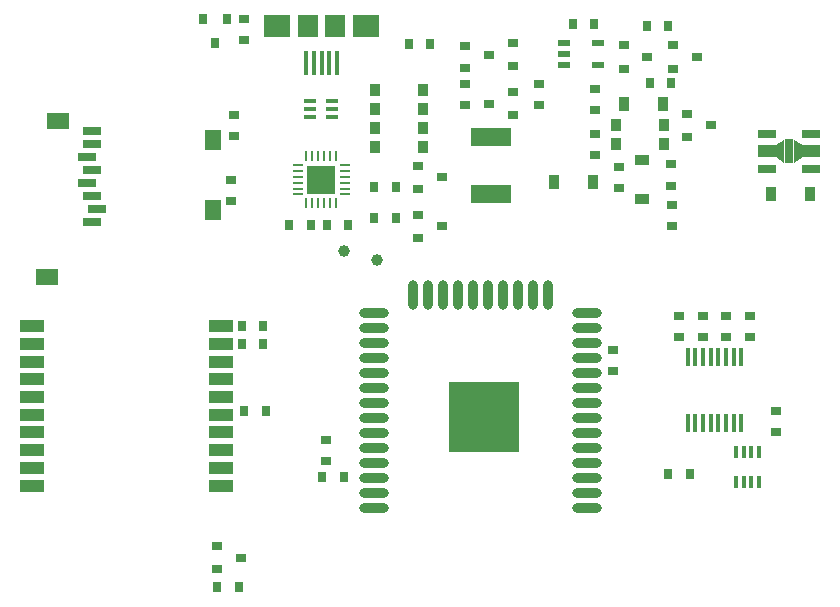
<source format=gtp>
G04 #@! TF.GenerationSoftware,KiCad,Pcbnew,(5.0.0-rc2-dev-70-g2da7199a3)*
G04 #@! TF.CreationDate,2018-03-19T21:37:12-04:00*
G04 #@! TF.ProjectId,processor,70726F636573736F722E6B696361645F,rev?*
G04 #@! TF.SameCoordinates,Original*
G04 #@! TF.FileFunction,Paste,Top*
G04 #@! TF.FilePolarity,Positive*
%FSLAX46Y46*%
G04 Gerber Fmt 4.6, Leading zero omitted, Abs format (unit mm)*
G04 Created by KiCad (PCBNEW (5.0.0-rc2-dev-70-g2da7199a3)) date 03/19/18 21:37:12*
%MOMM*%
%LPD*%
G01*
G04 APERTURE LIST*
%ADD10R,0.900000X0.700000*%
%ADD11R,0.800000X2.000000*%
%ADD12C,0.750000*%
%ADD13C,1.000000*%
%ADD14R,1.500000X1.000000*%
%ADD15R,1.500000X0.700000*%
%ADD16R,0.900000X0.800000*%
%ADD17R,1.200000X0.900000*%
%ADD18R,2.450000X2.450000*%
%ADD19O,1.000000X0.250000*%
%ADD20O,0.250000X1.000000*%
%ADD21R,0.350000X1.600000*%
%ADD22R,6.000000X6.000000*%
%ADD23O,2.500000X0.900000*%
%ADD24O,0.900000X2.500000*%
%ADD25R,0.350000X1.000000*%
%ADD26C,1.000000*%
%ADD27R,0.700000X0.900000*%
%ADD28R,0.900000X1.000000*%
%ADD29R,1.000000X0.400000*%
%ADD30R,1.800000X1.900000*%
%ADD31R,2.300000X1.900000*%
%ADD32R,0.400000X2.000000*%
%ADD33R,3.500000X1.600000*%
%ADD34R,1.100000X0.600000*%
%ADD35R,2.000000X1.000000*%
%ADD36R,0.800000X0.900000*%
%ADD37R,0.900000X1.200000*%
%ADD38R,1.900000X1.400000*%
%ADD39R,1.400000X1.800000*%
G04 APERTURE END LIST*
D10*
X55600000Y-15100000D03*
X55600000Y-13300000D03*
D11*
X65625000Y-12200000D03*
D12*
X64850000Y-12200000D03*
D13*
G36*
X65225000Y-13200000D02*
X64475000Y-12700000D01*
X64475000Y-11700000D01*
X65225000Y-11200000D01*
X65225000Y-13200000D01*
X65225000Y-13200000D01*
G37*
D14*
X67475000Y-12200000D03*
D15*
X63775000Y-13700000D03*
D14*
X63775000Y-12200000D03*
D15*
X63775000Y-10700000D03*
X67475000Y-13700000D03*
X67475000Y-10700000D03*
D12*
X66400000Y-12200000D03*
D13*
G36*
X66025000Y-11200000D02*
X66775000Y-11700000D01*
X66775000Y-12700000D01*
X66025000Y-13200000D01*
X66025000Y-11200000D01*
X66025000Y-11200000D01*
G37*
D16*
X59000000Y-10000000D03*
X57000000Y-11000000D03*
X57000000Y-9000000D03*
D10*
X55700000Y-16700000D03*
X55700000Y-18500000D03*
D17*
X53200000Y-12950000D03*
X53200000Y-16250000D03*
D18*
X26000000Y-14600000D03*
D19*
X28000000Y-13350000D03*
X28000000Y-13850000D03*
X28000000Y-14350000D03*
X28000000Y-14850000D03*
X28000000Y-15350000D03*
X28000000Y-15850000D03*
D20*
X27250000Y-16600000D03*
X26750000Y-16600000D03*
X26250000Y-16600000D03*
X25750000Y-16600000D03*
X25250000Y-16600000D03*
X24750000Y-16600000D03*
D19*
X24000000Y-15850000D03*
X24000000Y-15350000D03*
X24000000Y-14850000D03*
X24000000Y-14350000D03*
X24000000Y-13850000D03*
X24000000Y-13350000D03*
D20*
X24750000Y-12600000D03*
X25250000Y-12600000D03*
X25750000Y-12600000D03*
X26250000Y-12600000D03*
X26750000Y-12600000D03*
X27250000Y-12600000D03*
D21*
X57025000Y-29600000D03*
X57025000Y-35200000D03*
X57675000Y-29600000D03*
X57675000Y-35200000D03*
X58325000Y-29600000D03*
X58325000Y-35200000D03*
X58975000Y-29600000D03*
X58975000Y-35200000D03*
X59625000Y-29600000D03*
X59625000Y-35200000D03*
X60275000Y-29600000D03*
X60275000Y-35200000D03*
X60925000Y-29600000D03*
X60925000Y-35200000D03*
X61575000Y-29600000D03*
X61575000Y-35200000D03*
D22*
X39800000Y-34700000D03*
D23*
X48500000Y-42400000D03*
X48500000Y-41130000D03*
X48500000Y-39860000D03*
X48500000Y-38590000D03*
X48500000Y-37320000D03*
X48500000Y-36050000D03*
X48500000Y-34780000D03*
X48500000Y-33510000D03*
X48500000Y-32240000D03*
X48500000Y-30970000D03*
X48500000Y-29700000D03*
X48500000Y-28430000D03*
X48500000Y-27160000D03*
X48500000Y-25890000D03*
D24*
X45215000Y-24400000D03*
X43945000Y-24400000D03*
X42675000Y-24400000D03*
X41405000Y-24400000D03*
X40135000Y-24400000D03*
X38865000Y-24400000D03*
X37595000Y-24400000D03*
X36325000Y-24400000D03*
X35055000Y-24400000D03*
X33785000Y-24400000D03*
D23*
X30500000Y-25890000D03*
X30500000Y-27160000D03*
X30500000Y-28430000D03*
X30500000Y-29700000D03*
X30500000Y-30970000D03*
X30500000Y-32240000D03*
X30500000Y-33510000D03*
X30500000Y-34780000D03*
X30500000Y-36050000D03*
X30500000Y-37320000D03*
X30500000Y-38590000D03*
X30500000Y-39860000D03*
X30500000Y-41130000D03*
X30500000Y-42400000D03*
D25*
X63075000Y-37650000D03*
X62425000Y-37650000D03*
X61775000Y-37650000D03*
X61125000Y-37650000D03*
X61125000Y-40150000D03*
X61775000Y-40150000D03*
X62425000Y-40150000D03*
X63075000Y-40150000D03*
D26*
X30700000Y-21400000D03*
D10*
X50700000Y-30800000D03*
X50700000Y-29000000D03*
D27*
X19000000Y-49100000D03*
X17200000Y-49100000D03*
D16*
X19200000Y-46600000D03*
X17200000Y-47600000D03*
X17200000Y-45600000D03*
D28*
X30550000Y-8600000D03*
X34649999Y-8600000D03*
X34649999Y-7000000D03*
X30550000Y-7000000D03*
X34650000Y-10200000D03*
X30550001Y-10200000D03*
X30550001Y-11800000D03*
X34650000Y-11800000D03*
D26*
X27900000Y-20600000D03*
D29*
X25050000Y-9250000D03*
X25050000Y-7950000D03*
X26950000Y-8600000D03*
X26950000Y-7950000D03*
X26950000Y-9250000D03*
X25050000Y-8600000D03*
D30*
X24900000Y-1600000D03*
D31*
X22300000Y-1600000D03*
X29800000Y-1600000D03*
D30*
X27200000Y-1600000D03*
D32*
X24750000Y-4750000D03*
X25400000Y-4750000D03*
X26050000Y-4750000D03*
X26700000Y-4750000D03*
X27350000Y-4750000D03*
D33*
X40400000Y-15840000D03*
X40400000Y-10960000D03*
D34*
X49400000Y-3000000D03*
X49400000Y-4900000D03*
X46600000Y-4900000D03*
X46600000Y-3950000D03*
X46600000Y-3000000D03*
D28*
X55050000Y-10000000D03*
X50950001Y-10000000D03*
X50950001Y-11600000D03*
X55050000Y-11600000D03*
D35*
X1500000Y-40500000D03*
X1500000Y-39000000D03*
X1500000Y-37500000D03*
X1500000Y-36000000D03*
X1500000Y-34500000D03*
X1500000Y-33000000D03*
X1500000Y-31500000D03*
X1500000Y-30000000D03*
X1500000Y-28500000D03*
X1500000Y-27000000D03*
X17500000Y-27000000D03*
X17500000Y-28500000D03*
X17500000Y-30000000D03*
X17500000Y-31500000D03*
X17500000Y-33000000D03*
X17500000Y-34500000D03*
X17500000Y-36000000D03*
X17500000Y-37500000D03*
X17500000Y-39000000D03*
X17500000Y-40500000D03*
X17500000Y-40500000D03*
X17500000Y-39000000D03*
X17500000Y-37500000D03*
X17500000Y-36000000D03*
X17500000Y-34500000D03*
X17500000Y-33000000D03*
X17500000Y-31500000D03*
X17500000Y-30000000D03*
X17500000Y-28500000D03*
X17500000Y-27000000D03*
D10*
X19500000Y-1000000D03*
X19500000Y-2800000D03*
D27*
X19500000Y-34200000D03*
X21300000Y-34200000D03*
X19300000Y-27000000D03*
X21100000Y-27000000D03*
X19300000Y-28500000D03*
X21100000Y-28500000D03*
X53550000Y-1600000D03*
X55350000Y-1600000D03*
D10*
X49200000Y-12500000D03*
X49200000Y-10700000D03*
X44400000Y-6500000D03*
X44400000Y-8300000D03*
X38200000Y-5100000D03*
X38200000Y-3300000D03*
X38200000Y-6500000D03*
X38200000Y-8300000D03*
X56300000Y-26100000D03*
X56300000Y-27900000D03*
X60300000Y-26100000D03*
X60300000Y-27900000D03*
X62300000Y-26100000D03*
X62300000Y-27900000D03*
X58300000Y-26100000D03*
X58300000Y-27900000D03*
D27*
X57200000Y-39500000D03*
X55400000Y-39500000D03*
D10*
X26400000Y-36600000D03*
X26400000Y-38400000D03*
X64500000Y-36000000D03*
X64500000Y-34200000D03*
D27*
X27900000Y-39800000D03*
X26100000Y-39800000D03*
X33400000Y-3100000D03*
X35200000Y-3100000D03*
D10*
X49200000Y-8700000D03*
X49200000Y-6900000D03*
D27*
X49100000Y-1400000D03*
X47300000Y-1400000D03*
D10*
X51200000Y-15300000D03*
X51200000Y-13500000D03*
X18400000Y-16400000D03*
X18400000Y-14600000D03*
D27*
X28300000Y-18400000D03*
X26500000Y-18400000D03*
X23300000Y-18400000D03*
X25100000Y-18400000D03*
X32300000Y-15200000D03*
X30500000Y-15200000D03*
X30500000Y-17800000D03*
X32300000Y-17800000D03*
D36*
X17000000Y-3000000D03*
X16000000Y-1000000D03*
X18000000Y-1000000D03*
D16*
X53600000Y-4200000D03*
X51600000Y-5200000D03*
X51600000Y-3200000D03*
X57800000Y-4200000D03*
X55800000Y-5200000D03*
X55800000Y-3200000D03*
X40200000Y-4000000D03*
X42200000Y-3000000D03*
X42200000Y-5000000D03*
X40200000Y-8150000D03*
X42200000Y-7150000D03*
X42200000Y-9150000D03*
X36200000Y-18550000D03*
X34200000Y-19550000D03*
X34200000Y-17550000D03*
X36200000Y-14400000D03*
X34200000Y-15400000D03*
X34200000Y-13400000D03*
D10*
X18600000Y-9100000D03*
X18600000Y-10900000D03*
D37*
X51650000Y-8200000D03*
X54950000Y-8200000D03*
X49050000Y-14800000D03*
X45750000Y-14800000D03*
X67350000Y-15800000D03*
X64050000Y-15800000D03*
D27*
X53800000Y-6400000D03*
X55600000Y-6400000D03*
D38*
X3700000Y-9600000D03*
X2800000Y-22800000D03*
D39*
X16800000Y-11200000D03*
X16800000Y-17200000D03*
D15*
X6600000Y-10500000D03*
X6600000Y-11600000D03*
X6200000Y-12700000D03*
X6600000Y-13800000D03*
X6200000Y-14900000D03*
X6600000Y-16000000D03*
X7000000Y-17100000D03*
X6600000Y-18200000D03*
M02*

</source>
